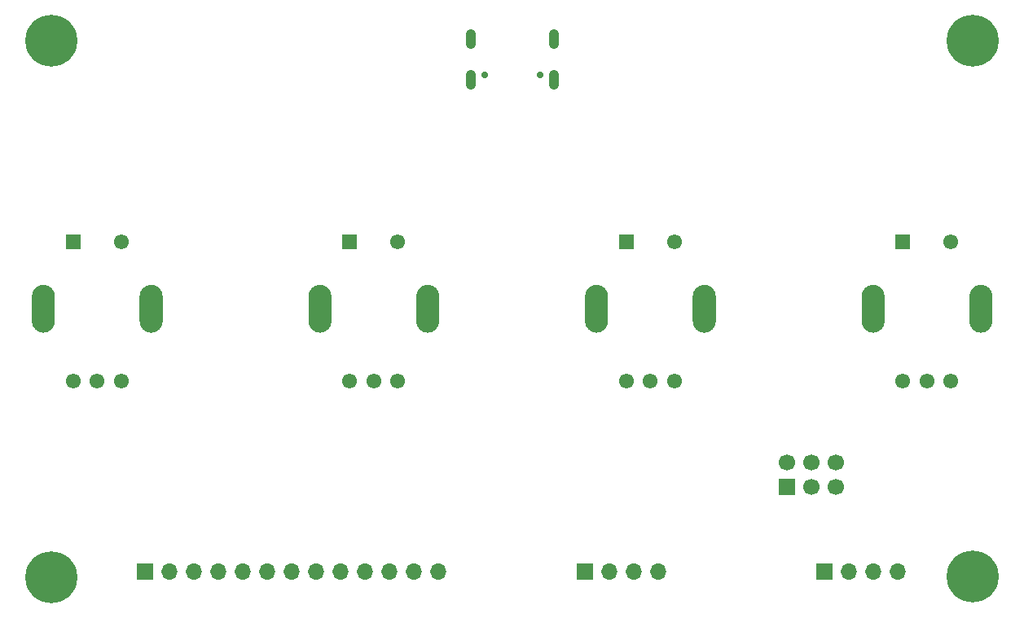
<source format=gbs>
%TF.GenerationSoftware,KiCad,Pcbnew,(5.1.10)-1*%
%TF.CreationDate,2021-08-25T15:30:51+02:00*%
%TF.ProjectId,Console,436f6e73-6f6c-4652-9e6b-696361645f70,v01*%
%TF.SameCoordinates,Original*%
%TF.FileFunction,Soldermask,Bot*%
%TF.FilePolarity,Negative*%
%FSLAX46Y46*%
G04 Gerber Fmt 4.6, Leading zero omitted, Abs format (unit mm)*
G04 Created by KiCad (PCBNEW (5.1.10)-1) date 2021-08-25 15:30:51*
%MOMM*%
%LPD*%
G01*
G04 APERTURE LIST*
%ADD10C,5.400000*%
%ADD11C,1.700000*%
%ADD12R,1.700000X1.700000*%
%ADD13O,1.700000X1.700000*%
%ADD14R,1.550000X1.550000*%
%ADD15C,1.550000*%
%ADD16O,1.050000X2.100000*%
%ADD17C,0.700000*%
G04 APERTURE END LIST*
D10*
%TO.C,PAD4*%
X194131000Y-123634000D03*
%TD*%
%TO.C,PAD3*%
X98350000Y-123698000D03*
%TD*%
%TO.C,PAD2*%
X194131000Y-67881500D03*
%TD*%
%TO.C,PAD1*%
X98350000Y-67881500D03*
%TD*%
D11*
%TO.C,J1*%
X179896000Y-111760000D03*
X179896000Y-114300000D03*
D12*
X174816000Y-114300000D03*
D11*
X174816000Y-111760000D03*
X177356000Y-114300000D03*
X177356000Y-111760000D03*
%TD*%
D13*
%TO.C,J4*%
X161450000Y-123126000D03*
X158910000Y-123126000D03*
X156370000Y-123126000D03*
D12*
X153830000Y-123126000D03*
%TD*%
D13*
%TO.C,J3*%
X138557000Y-123126000D03*
X136017000Y-123126000D03*
X133477000Y-123126000D03*
X130937000Y-123126000D03*
X128397000Y-123126000D03*
X125857000Y-123126000D03*
X123317000Y-123126000D03*
X120777000Y-123126000D03*
X118237000Y-123126000D03*
X115697000Y-123126000D03*
X113157000Y-123126000D03*
X110617000Y-123126000D03*
D12*
X108077000Y-123126000D03*
%TD*%
D13*
%TO.C,J5*%
X186309000Y-123126000D03*
X183769000Y-123126000D03*
X181229000Y-123126000D03*
D12*
X178689000Y-123126000D03*
%TD*%
D14*
%TO.C,SW1*%
X100624000Y-88773800D03*
D15*
X105624000Y-88773800D03*
X100624000Y-103273800D03*
X103124000Y-103273800D03*
X105624000Y-103273800D03*
G36*
G01*
X96324000Y-97073800D02*
X96324000Y-94473800D01*
G75*
G02*
X97524000Y-93273800I1200000J0D01*
G01*
X97524000Y-93273800D01*
G75*
G02*
X98724000Y-94473800I0J-1200000D01*
G01*
X98724000Y-97073800D01*
G75*
G02*
X97524000Y-98273800I-1200000J0D01*
G01*
X97524000Y-98273800D01*
G75*
G02*
X96324000Y-97073800I0J1200000D01*
G01*
G37*
G36*
G01*
X107524000Y-97073800D02*
X107524000Y-94473800D01*
G75*
G02*
X108724000Y-93273800I1200000J0D01*
G01*
X108724000Y-93273800D01*
G75*
G02*
X109924000Y-94473800I0J-1200000D01*
G01*
X109924000Y-97073800D01*
G75*
G02*
X108724000Y-98273800I-1200000J0D01*
G01*
X108724000Y-98273800D01*
G75*
G02*
X107524000Y-97073800I0J1200000D01*
G01*
G37*
%TD*%
D16*
%TO.C,J2*%
X150573000Y-71947200D03*
X141933000Y-71947200D03*
X150573000Y-67767200D03*
X141933000Y-67767200D03*
D17*
X149143000Y-71417200D03*
X143363000Y-71417200D03*
%TD*%
%TO.C,SW2*%
G36*
G01*
X136268000Y-97073800D02*
X136268000Y-94473800D01*
G75*
G02*
X137468000Y-93273800I1200000J0D01*
G01*
X137468000Y-93273800D01*
G75*
G02*
X138668000Y-94473800I0J-1200000D01*
G01*
X138668000Y-97073800D01*
G75*
G02*
X137468000Y-98273800I-1200000J0D01*
G01*
X137468000Y-98273800D01*
G75*
G02*
X136268000Y-97073800I0J1200000D01*
G01*
G37*
G36*
G01*
X125068000Y-97073800D02*
X125068000Y-94473800D01*
G75*
G02*
X126268000Y-93273800I1200000J0D01*
G01*
X126268000Y-93273800D01*
G75*
G02*
X127468000Y-94473800I0J-1200000D01*
G01*
X127468000Y-97073800D01*
G75*
G02*
X126268000Y-98273800I-1200000J0D01*
G01*
X126268000Y-98273800D01*
G75*
G02*
X125068000Y-97073800I0J1200000D01*
G01*
G37*
D15*
X134368000Y-103273800D03*
X131868000Y-103273800D03*
X129368000Y-103273800D03*
X134368000Y-88773800D03*
D14*
X129368000Y-88773800D03*
%TD*%
%TO.C,SW3*%
X158113000Y-88773800D03*
D15*
X163113000Y-88773800D03*
X158113000Y-103273800D03*
X160613000Y-103273800D03*
X163113000Y-103273800D03*
G36*
G01*
X153813000Y-97073800D02*
X153813000Y-94473800D01*
G75*
G02*
X155013000Y-93273800I1200000J0D01*
G01*
X155013000Y-93273800D01*
G75*
G02*
X156213000Y-94473800I0J-1200000D01*
G01*
X156213000Y-97073800D01*
G75*
G02*
X155013000Y-98273800I-1200000J0D01*
G01*
X155013000Y-98273800D01*
G75*
G02*
X153813000Y-97073800I0J1200000D01*
G01*
G37*
G36*
G01*
X165013000Y-97073800D02*
X165013000Y-94473800D01*
G75*
G02*
X166213000Y-93273800I1200000J0D01*
G01*
X166213000Y-93273800D01*
G75*
G02*
X167413000Y-94473800I0J-1200000D01*
G01*
X167413000Y-97073800D01*
G75*
G02*
X166213000Y-98273800I-1200000J0D01*
G01*
X166213000Y-98273800D01*
G75*
G02*
X165013000Y-97073800I0J1200000D01*
G01*
G37*
%TD*%
%TO.C,SW4*%
G36*
G01*
X193757000Y-97073800D02*
X193757000Y-94473800D01*
G75*
G02*
X194957000Y-93273800I1200000J0D01*
G01*
X194957000Y-93273800D01*
G75*
G02*
X196157000Y-94473800I0J-1200000D01*
G01*
X196157000Y-97073800D01*
G75*
G02*
X194957000Y-98273800I-1200000J0D01*
G01*
X194957000Y-98273800D01*
G75*
G02*
X193757000Y-97073800I0J1200000D01*
G01*
G37*
G36*
G01*
X182557000Y-97073800D02*
X182557000Y-94473800D01*
G75*
G02*
X183757000Y-93273800I1200000J0D01*
G01*
X183757000Y-93273800D01*
G75*
G02*
X184957000Y-94473800I0J-1200000D01*
G01*
X184957000Y-97073800D01*
G75*
G02*
X183757000Y-98273800I-1200000J0D01*
G01*
X183757000Y-98273800D01*
G75*
G02*
X182557000Y-97073800I0J1200000D01*
G01*
G37*
X191857000Y-103273800D03*
X189357000Y-103273800D03*
X186857000Y-103273800D03*
X191857000Y-88773800D03*
D14*
X186857000Y-88773800D03*
%TD*%
M02*

</source>
